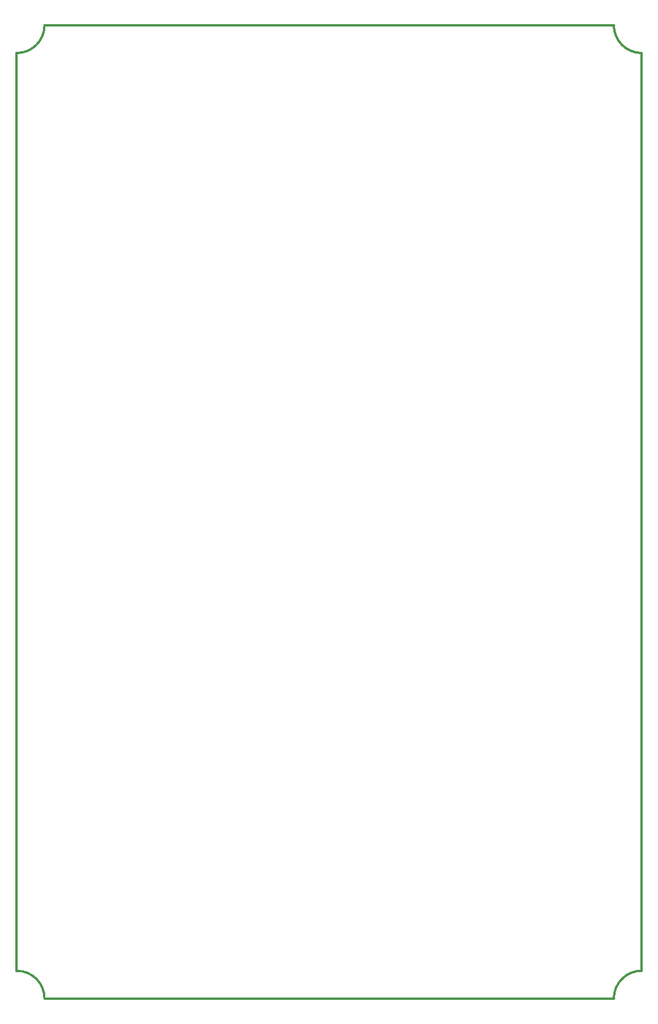
<source format=gbr>
G04 EasyPC Gerber Version 20.0.2 Build 4112 *
%FSLAX35Y35*%
%MOIN*%
%ADD109C,0.01200*%
X0Y0D02*
D02*
D109*
X16348Y600D02*
G75*
G03X600Y16348I-15748D01*
G01*
Y535840*
G75*
G03X16348Y551588J15748*
G01*
X339083*
G75*
G03X354831Y535840I15748*
G01*
Y16348*
G75*
G03X339083Y600J-15748*
G01*
X16348*
X0Y0D02*
M02*

</source>
